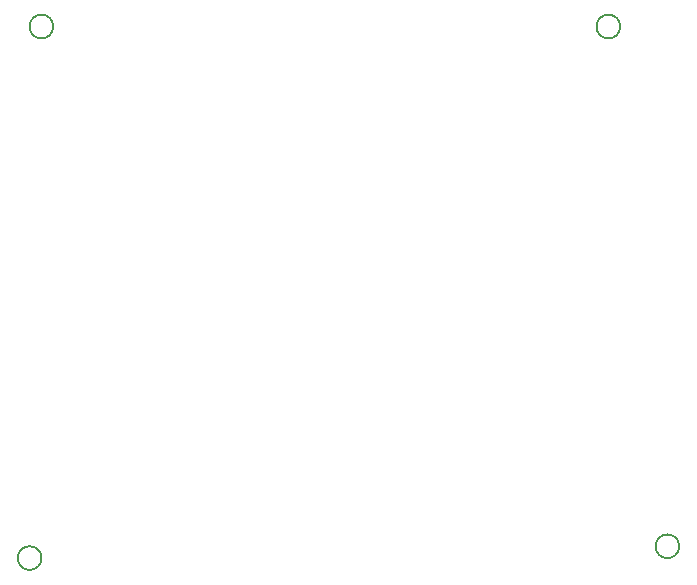
<source format=gbr>
G04 #@! TF.FileFunction,Legend,Bot*
%FSLAX46Y46*%
G04 Gerber Fmt 4.6, Leading zero omitted, Abs format (unit mm)*
G04 Created by KiCad (PCBNEW 4.0.7-e2-6376~58~ubuntu14.04.1) date Tue Aug 14 09:56:37 2018*
%MOMM*%
%LPD*%
G01*
G04 APERTURE LIST*
%ADD10C,0.100000*%
%ADD11C,0.200000*%
G04 APERTURE END LIST*
D10*
D11*
X153000000Y-16000000D02*
G75*
G03X153000000Y-16000000I-1000000J0D01*
G01*
X105000000Y-16000000D02*
G75*
G03X105000000Y-16000000I-1000000J0D01*
G01*
X104000000Y-61000000D02*
G75*
G03X104000000Y-61000000I-1000000J0D01*
G01*
X158000000Y-60000000D02*
G75*
G03X158000000Y-60000000I-1000000J0D01*
G01*
M02*

</source>
